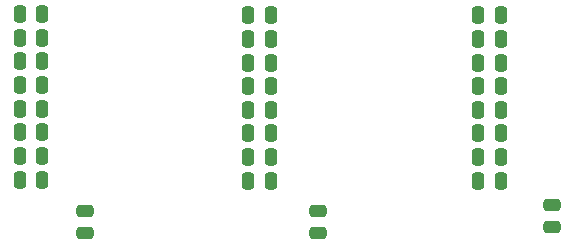
<source format=gbp>
G04 #@! TF.GenerationSoftware,KiCad,Pcbnew,(6.0.7-1)-1*
G04 #@! TF.CreationDate,2023-01-06T15:11:33+01:00*
G04 #@! TF.ProjectId,ESC-power-epc,4553432d-706f-4776-9572-2d6570632e6b,rev?*
G04 #@! TF.SameCoordinates,Original*
G04 #@! TF.FileFunction,Paste,Bot*
G04 #@! TF.FilePolarity,Positive*
%FSLAX46Y46*%
G04 Gerber Fmt 4.6, Leading zero omitted, Abs format (unit mm)*
G04 Created by KiCad (PCBNEW (6.0.7-1)-1) date 2023-01-06 15:11:33*
%MOMM*%
%LPD*%
G01*
G04 APERTURE LIST*
G04 Aperture macros list*
%AMRoundRect*
0 Rectangle with rounded corners*
0 $1 Rounding radius*
0 $2 $3 $4 $5 $6 $7 $8 $9 X,Y pos of 4 corners*
0 Add a 4 corners polygon primitive as box body*
4,1,4,$2,$3,$4,$5,$6,$7,$8,$9,$2,$3,0*
0 Add four circle primitives for the rounded corners*
1,1,$1+$1,$2,$3*
1,1,$1+$1,$4,$5*
1,1,$1+$1,$6,$7*
1,1,$1+$1,$8,$9*
0 Add four rect primitives between the rounded corners*
20,1,$1+$1,$2,$3,$4,$5,0*
20,1,$1+$1,$4,$5,$6,$7,0*
20,1,$1+$1,$6,$7,$8,$9,0*
20,1,$1+$1,$8,$9,$2,$3,0*%
G04 Aperture macros list end*
%ADD10RoundRect,0.250000X0.250000X0.475000X-0.250000X0.475000X-0.250000X-0.475000X0.250000X-0.475000X0*%
%ADD11RoundRect,0.250000X0.475000X-0.250000X0.475000X0.250000X-0.475000X0.250000X-0.475000X-0.250000X0*%
G04 APERTURE END LIST*
D10*
X90950000Y-64000000D03*
X89050000Y-64000000D03*
X110450000Y-76000000D03*
X108550000Y-76000000D03*
X110450000Y-62000000D03*
X108550000Y-62000000D03*
X110450000Y-74000000D03*
X108550000Y-74000000D03*
X71600000Y-65900000D03*
X69700000Y-65900000D03*
D11*
X75250000Y-80450000D03*
X75250000Y-78550000D03*
D10*
X71600000Y-63900000D03*
X69700000Y-63900000D03*
X71600000Y-67900000D03*
X69700000Y-67900000D03*
X90950000Y-76000000D03*
X89050000Y-76000000D03*
X71600000Y-71900000D03*
X69700000Y-71900000D03*
X71600000Y-73900000D03*
X69700000Y-73900000D03*
X90950000Y-74000000D03*
X89050000Y-74000000D03*
X110450000Y-70000000D03*
X108550000Y-70000000D03*
X71600000Y-69900000D03*
X69700000Y-69900000D03*
D11*
X95000000Y-80450000D03*
X95000000Y-78550000D03*
D10*
X110450000Y-66000000D03*
X108550000Y-66000000D03*
X90950000Y-72000000D03*
X89050000Y-72000000D03*
X110450000Y-72000000D03*
X108550000Y-72000000D03*
D11*
X114750000Y-79950000D03*
X114750000Y-78050000D03*
D10*
X90950000Y-62000000D03*
X89050000Y-62000000D03*
X71600000Y-75900000D03*
X69700000Y-75900000D03*
X90950000Y-66000000D03*
X89050000Y-66000000D03*
X110450000Y-68000000D03*
X108550000Y-68000000D03*
X71600000Y-61900000D03*
X69700000Y-61900000D03*
X90950000Y-70000000D03*
X89050000Y-70000000D03*
X110450000Y-64000000D03*
X108550000Y-64000000D03*
X90950000Y-68000000D03*
X89050000Y-68000000D03*
M02*

</source>
